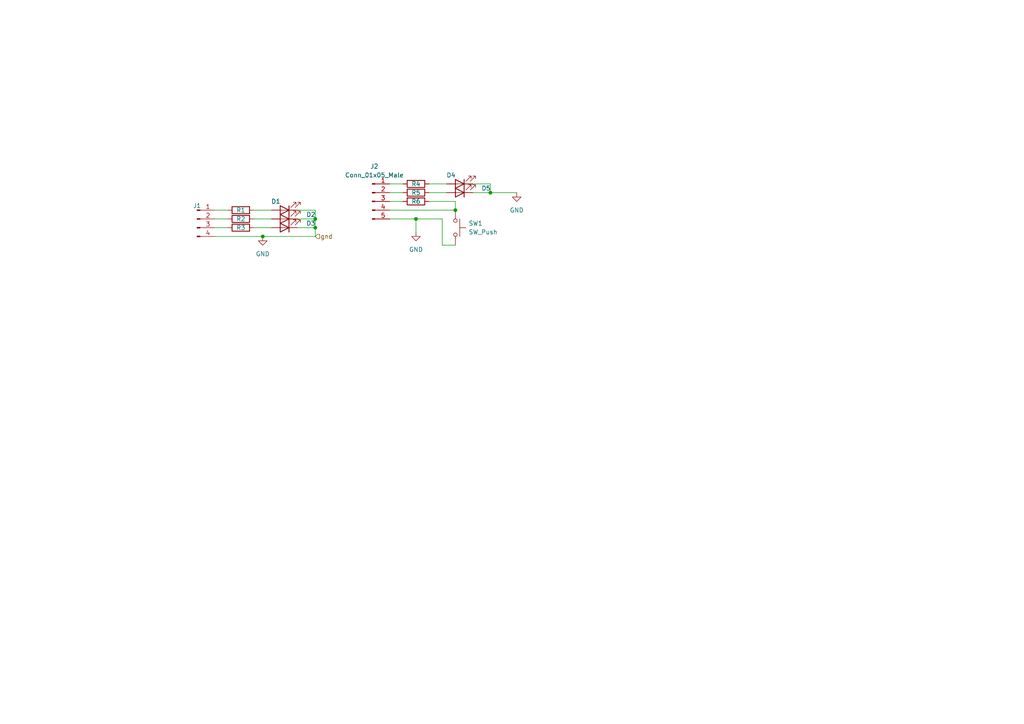
<source format=kicad_sch>
(kicad_sch (version 20211123) (generator eeschema)

  (uuid 9538e4ed-27e6-4c37-b989-9859dc0d49e8)

  (paper "A4")

  (lib_symbols
    (symbol "Connector:Conn_01x04_Male" (pin_names (offset 1.016) hide) (in_bom yes) (on_board yes)
      (property "Reference" "J" (id 0) (at 0 5.08 0)
        (effects (font (size 1.27 1.27)))
      )
      (property "Value" "Conn_01x04_Male" (id 1) (at 0 -7.62 0)
        (effects (font (size 1.27 1.27)))
      )
      (property "Footprint" "" (id 2) (at 0 0 0)
        (effects (font (size 1.27 1.27)) hide)
      )
      (property "Datasheet" "~" (id 3) (at 0 0 0)
        (effects (font (size 1.27 1.27)) hide)
      )
      (property "ki_keywords" "connector" (id 4) (at 0 0 0)
        (effects (font (size 1.27 1.27)) hide)
      )
      (property "ki_description" "Generic connector, single row, 01x04, script generated (kicad-library-utils/schlib/autogen/connector/)" (id 5) (at 0 0 0)
        (effects (font (size 1.27 1.27)) hide)
      )
      (property "ki_fp_filters" "Connector*:*_1x??_*" (id 6) (at 0 0 0)
        (effects (font (size 1.27 1.27)) hide)
      )
      (symbol "Conn_01x04_Male_1_1"
        (polyline
          (pts
            (xy 1.27 -5.08)
            (xy 0.8636 -5.08)
          )
          (stroke (width 0.1524) (type default) (color 0 0 0 0))
          (fill (type none))
        )
        (polyline
          (pts
            (xy 1.27 -2.54)
            (xy 0.8636 -2.54)
          )
          (stroke (width 0.1524) (type default) (color 0 0 0 0))
          (fill (type none))
        )
        (polyline
          (pts
            (xy 1.27 0)
            (xy 0.8636 0)
          )
          (stroke (width 0.1524) (type default) (color 0 0 0 0))
          (fill (type none))
        )
        (polyline
          (pts
            (xy 1.27 2.54)
            (xy 0.8636 2.54)
          )
          (stroke (width 0.1524) (type default) (color 0 0 0 0))
          (fill (type none))
        )
        (rectangle (start 0.8636 -4.953) (end 0 -5.207)
          (stroke (width 0.1524) (type default) (color 0 0 0 0))
          (fill (type outline))
        )
        (rectangle (start 0.8636 -2.413) (end 0 -2.667)
          (stroke (width 0.1524) (type default) (color 0 0 0 0))
          (fill (type outline))
        )
        (rectangle (start 0.8636 0.127) (end 0 -0.127)
          (stroke (width 0.1524) (type default) (color 0 0 0 0))
          (fill (type outline))
        )
        (rectangle (start 0.8636 2.667) (end 0 2.413)
          (stroke (width 0.1524) (type default) (color 0 0 0 0))
          (fill (type outline))
        )
        (pin passive line (at 5.08 2.54 180) (length 3.81)
          (name "Pin_1" (effects (font (size 1.27 1.27))))
          (number "1" (effects (font (size 1.27 1.27))))
        )
        (pin passive line (at 5.08 0 180) (length 3.81)
          (name "Pin_2" (effects (font (size 1.27 1.27))))
          (number "2" (effects (font (size 1.27 1.27))))
        )
        (pin passive line (at 5.08 -2.54 180) (length 3.81)
          (name "Pin_3" (effects (font (size 1.27 1.27))))
          (number "3" (effects (font (size 1.27 1.27))))
        )
        (pin passive line (at 5.08 -5.08 180) (length 3.81)
          (name "Pin_4" (effects (font (size 1.27 1.27))))
          (number "4" (effects (font (size 1.27 1.27))))
        )
      )
    )
    (symbol "Connector:Conn_01x05_Male" (pin_names (offset 1.016) hide) (in_bom yes) (on_board yes)
      (property "Reference" "J" (id 0) (at 0 7.62 0)
        (effects (font (size 1.27 1.27)))
      )
      (property "Value" "Conn_01x05_Male" (id 1) (at 0 -7.62 0)
        (effects (font (size 1.27 1.27)))
      )
      (property "Footprint" "" (id 2) (at 0 0 0)
        (effects (font (size 1.27 1.27)) hide)
      )
      (property "Datasheet" "~" (id 3) (at 0 0 0)
        (effects (font (size 1.27 1.27)) hide)
      )
      (property "ki_keywords" "connector" (id 4) (at 0 0 0)
        (effects (font (size 1.27 1.27)) hide)
      )
      (property "ki_description" "Generic connector, single row, 01x05, script generated (kicad-library-utils/schlib/autogen/connector/)" (id 5) (at 0 0 0)
        (effects (font (size 1.27 1.27)) hide)
      )
      (property "ki_fp_filters" "Connector*:*_1x??_*" (id 6) (at 0 0 0)
        (effects (font (size 1.27 1.27)) hide)
      )
      (symbol "Conn_01x05_Male_1_1"
        (polyline
          (pts
            (xy 1.27 -5.08)
            (xy 0.8636 -5.08)
          )
          (stroke (width 0.1524) (type default) (color 0 0 0 0))
          (fill (type none))
        )
        (polyline
          (pts
            (xy 1.27 -2.54)
            (xy 0.8636 -2.54)
          )
          (stroke (width 0.1524) (type default) (color 0 0 0 0))
          (fill (type none))
        )
        (polyline
          (pts
            (xy 1.27 0)
            (xy 0.8636 0)
          )
          (stroke (width 0.1524) (type default) (color 0 0 0 0))
          (fill (type none))
        )
        (polyline
          (pts
            (xy 1.27 2.54)
            (xy 0.8636 2.54)
          )
          (stroke (width 0.1524) (type default) (color 0 0 0 0))
          (fill (type none))
        )
        (polyline
          (pts
            (xy 1.27 5.08)
            (xy 0.8636 5.08)
          )
          (stroke (width 0.1524) (type default) (color 0 0 0 0))
          (fill (type none))
        )
        (rectangle (start 0.8636 -4.953) (end 0 -5.207)
          (stroke (width 0.1524) (type default) (color 0 0 0 0))
          (fill (type outline))
        )
        (rectangle (start 0.8636 -2.413) (end 0 -2.667)
          (stroke (width 0.1524) (type default) (color 0 0 0 0))
          (fill (type outline))
        )
        (rectangle (start 0.8636 0.127) (end 0 -0.127)
          (stroke (width 0.1524) (type default) (color 0 0 0 0))
          (fill (type outline))
        )
        (rectangle (start 0.8636 2.667) (end 0 2.413)
          (stroke (width 0.1524) (type default) (color 0 0 0 0))
          (fill (type outline))
        )
        (rectangle (start 0.8636 5.207) (end 0 4.953)
          (stroke (width 0.1524) (type default) (color 0 0 0 0))
          (fill (type outline))
        )
        (pin passive line (at 5.08 5.08 180) (length 3.81)
          (name "Pin_1" (effects (font (size 1.27 1.27))))
          (number "1" (effects (font (size 1.27 1.27))))
        )
        (pin passive line (at 5.08 2.54 180) (length 3.81)
          (name "Pin_2" (effects (font (size 1.27 1.27))))
          (number "2" (effects (font (size 1.27 1.27))))
        )
        (pin passive line (at 5.08 0 180) (length 3.81)
          (name "Pin_3" (effects (font (size 1.27 1.27))))
          (number "3" (effects (font (size 1.27 1.27))))
        )
        (pin passive line (at 5.08 -2.54 180) (length 3.81)
          (name "Pin_4" (effects (font (size 1.27 1.27))))
          (number "4" (effects (font (size 1.27 1.27))))
        )
        (pin passive line (at 5.08 -5.08 180) (length 3.81)
          (name "Pin_5" (effects (font (size 1.27 1.27))))
          (number "5" (effects (font (size 1.27 1.27))))
        )
      )
    )
    (symbol "Device:LED" (pin_numbers hide) (pin_names (offset 1.016) hide) (in_bom yes) (on_board yes)
      (property "Reference" "D" (id 0) (at 0 2.54 0)
        (effects (font (size 1.27 1.27)))
      )
      (property "Value" "LED" (id 1) (at 0 -2.54 0)
        (effects (font (size 1.27 1.27)))
      )
      (property "Footprint" "" (id 2) (at 0 0 0)
        (effects (font (size 1.27 1.27)) hide)
      )
      (property "Datasheet" "~" (id 3) (at 0 0 0)
        (effects (font (size 1.27 1.27)) hide)
      )
      (property "ki_keywords" "LED diode" (id 4) (at 0 0 0)
        (effects (font (size 1.27 1.27)) hide)
      )
      (property "ki_description" "Light emitting diode" (id 5) (at 0 0 0)
        (effects (font (size 1.27 1.27)) hide)
      )
      (property "ki_fp_filters" "LED* LED_SMD:* LED_THT:*" (id 6) (at 0 0 0)
        (effects (font (size 1.27 1.27)) hide)
      )
      (symbol "LED_0_1"
        (polyline
          (pts
            (xy -1.27 -1.27)
            (xy -1.27 1.27)
          )
          (stroke (width 0.254) (type default) (color 0 0 0 0))
          (fill (type none))
        )
        (polyline
          (pts
            (xy -1.27 0)
            (xy 1.27 0)
          )
          (stroke (width 0) (type default) (color 0 0 0 0))
          (fill (type none))
        )
        (polyline
          (pts
            (xy 1.27 -1.27)
            (xy 1.27 1.27)
            (xy -1.27 0)
            (xy 1.27 -1.27)
          )
          (stroke (width 0.254) (type default) (color 0 0 0 0))
          (fill (type none))
        )
        (polyline
          (pts
            (xy -3.048 -0.762)
            (xy -4.572 -2.286)
            (xy -3.81 -2.286)
            (xy -4.572 -2.286)
            (xy -4.572 -1.524)
          )
          (stroke (width 0) (type default) (color 0 0 0 0))
          (fill (type none))
        )
        (polyline
          (pts
            (xy -1.778 -0.762)
            (xy -3.302 -2.286)
            (xy -2.54 -2.286)
            (xy -3.302 -2.286)
            (xy -3.302 -1.524)
          )
          (stroke (width 0) (type default) (color 0 0 0 0))
          (fill (type none))
        )
      )
      (symbol "LED_1_1"
        (pin passive line (at -3.81 0 0) (length 2.54)
          (name "K" (effects (font (size 1.27 1.27))))
          (number "1" (effects (font (size 1.27 1.27))))
        )
        (pin passive line (at 3.81 0 180) (length 2.54)
          (name "A" (effects (font (size 1.27 1.27))))
          (number "2" (effects (font (size 1.27 1.27))))
        )
      )
    )
    (symbol "Device:R" (pin_numbers hide) (pin_names (offset 0)) (in_bom yes) (on_board yes)
      (property "Reference" "R" (id 0) (at 2.032 0 90)
        (effects (font (size 1.27 1.27)))
      )
      (property "Value" "R" (id 1) (at 0 0 90)
        (effects (font (size 1.27 1.27)))
      )
      (property "Footprint" "" (id 2) (at -1.778 0 90)
        (effects (font (size 1.27 1.27)) hide)
      )
      (property "Datasheet" "~" (id 3) (at 0 0 0)
        (effects (font (size 1.27 1.27)) hide)
      )
      (property "ki_keywords" "R res resistor" (id 4) (at 0 0 0)
        (effects (font (size 1.27 1.27)) hide)
      )
      (property "ki_description" "Resistor" (id 5) (at 0 0 0)
        (effects (font (size 1.27 1.27)) hide)
      )
      (property "ki_fp_filters" "R_*" (id 6) (at 0 0 0)
        (effects (font (size 1.27 1.27)) hide)
      )
      (symbol "R_0_1"
        (rectangle (start -1.016 -2.54) (end 1.016 2.54)
          (stroke (width 0.254) (type default) (color 0 0 0 0))
          (fill (type none))
        )
      )
      (symbol "R_1_1"
        (pin passive line (at 0 3.81 270) (length 1.27)
          (name "~" (effects (font (size 1.27 1.27))))
          (number "1" (effects (font (size 1.27 1.27))))
        )
        (pin passive line (at 0 -3.81 90) (length 1.27)
          (name "~" (effects (font (size 1.27 1.27))))
          (number "2" (effects (font (size 1.27 1.27))))
        )
      )
    )
    (symbol "Switch:SW_Push" (pin_numbers hide) (pin_names (offset 1.016) hide) (in_bom yes) (on_board yes)
      (property "Reference" "SW" (id 0) (at 1.27 2.54 0)
        (effects (font (size 1.27 1.27)) (justify left))
      )
      (property "Value" "SW_Push" (id 1) (at 0 -1.524 0)
        (effects (font (size 1.27 1.27)))
      )
      (property "Footprint" "" (id 2) (at 0 5.08 0)
        (effects (font (size 1.27 1.27)) hide)
      )
      (property "Datasheet" "~" (id 3) (at 0 5.08 0)
        (effects (font (size 1.27 1.27)) hide)
      )
      (property "ki_keywords" "switch normally-open pushbutton push-button" (id 4) (at 0 0 0)
        (effects (font (size 1.27 1.27)) hide)
      )
      (property "ki_description" "Push button switch, generic, two pins" (id 5) (at 0 0 0)
        (effects (font (size 1.27 1.27)) hide)
      )
      (symbol "SW_Push_0_1"
        (circle (center -2.032 0) (radius 0.508)
          (stroke (width 0) (type default) (color 0 0 0 0))
          (fill (type none))
        )
        (polyline
          (pts
            (xy 0 1.27)
            (xy 0 3.048)
          )
          (stroke (width 0) (type default) (color 0 0 0 0))
          (fill (type none))
        )
        (polyline
          (pts
            (xy 2.54 1.27)
            (xy -2.54 1.27)
          )
          (stroke (width 0) (type default) (color 0 0 0 0))
          (fill (type none))
        )
        (circle (center 2.032 0) (radius 0.508)
          (stroke (width 0) (type default) (color 0 0 0 0))
          (fill (type none))
        )
        (pin passive line (at -5.08 0 0) (length 2.54)
          (name "1" (effects (font (size 1.27 1.27))))
          (number "1" (effects (font (size 1.27 1.27))))
        )
        (pin passive line (at 5.08 0 180) (length 2.54)
          (name "2" (effects (font (size 1.27 1.27))))
          (number "2" (effects (font (size 1.27 1.27))))
        )
      )
    )
    (symbol "power:GND" (power) (pin_names (offset 0)) (in_bom yes) (on_board yes)
      (property "Reference" "#PWR" (id 0) (at 0 -6.35 0)
        (effects (font (size 1.27 1.27)) hide)
      )
      (property "Value" "GND" (id 1) (at 0 -3.81 0)
        (effects (font (size 1.27 1.27)))
      )
      (property "Footprint" "" (id 2) (at 0 0 0)
        (effects (font (size 1.27 1.27)) hide)
      )
      (property "Datasheet" "" (id 3) (at 0 0 0)
        (effects (font (size 1.27 1.27)) hide)
      )
      (property "ki_keywords" "power-flag" (id 4) (at 0 0 0)
        (effects (font (size 1.27 1.27)) hide)
      )
      (property "ki_description" "Power symbol creates a global label with name \"GND\" , ground" (id 5) (at 0 0 0)
        (effects (font (size 1.27 1.27)) hide)
      )
      (symbol "GND_0_1"
        (polyline
          (pts
            (xy 0 0)
            (xy 0 -1.27)
            (xy 1.27 -1.27)
            (xy 0 -2.54)
            (xy -1.27 -1.27)
            (xy 0 -1.27)
          )
          (stroke (width 0) (type default) (color 0 0 0 0))
          (fill (type none))
        )
      )
      (symbol "GND_1_1"
        (pin power_in line (at 0 0 270) (length 0) hide
          (name "GND" (effects (font (size 1.27 1.27))))
          (number "1" (effects (font (size 1.27 1.27))))
        )
      )
    )
  )

  (junction (at 91.44 66.04) (diameter 0) (color 0 0 0 0)
    (uuid 4aa6fc9f-d2ac-435f-8408-092c94eb96e1)
  )
  (junction (at 91.44 63.5) (diameter 0) (color 0 0 0 0)
    (uuid 86090040-b365-4d11-b739-ee1850f341f6)
  )
  (junction (at 76.2 68.58) (diameter 0) (color 0 0 0 0)
    (uuid 89e00436-a195-4065-b984-725196dd4480)
  )
  (junction (at 142.24 55.88) (diameter 0) (color 0 0 0 0)
    (uuid aed98b11-170b-4d83-92dd-e74f98dbabe3)
  )
  (junction (at 120.65 63.5) (diameter 0) (color 0 0 0 0)
    (uuid c773f913-14cd-4980-97a1-99baa89763a6)
  )
  (junction (at 132.08 60.96) (diameter 0) (color 0 0 0 0)
    (uuid fb025412-b212-4834-b8e1-f8919a731309)
  )

  (wire (pts (xy 128.27 71.12) (xy 128.27 63.5))
    (stroke (width 0) (type default) (color 0 0 0 0))
    (uuid 030a6f5e-ceeb-4ff2-bdde-052511d22d3d)
  )
  (wire (pts (xy 137.16 55.88) (xy 142.24 55.88))
    (stroke (width 0) (type default) (color 0 0 0 0))
    (uuid 05da6a8a-f73a-4c29-a395-46c312504a43)
  )
  (wire (pts (xy 132.08 71.12) (xy 128.27 71.12))
    (stroke (width 0) (type default) (color 0 0 0 0))
    (uuid 068f60d7-4d97-4ee0-969f-c224d06ccbc9)
  )
  (wire (pts (xy 62.23 60.96) (xy 66.04 60.96))
    (stroke (width 0) (type default) (color 0 0 0 0))
    (uuid 0c7235c7-e099-45fa-a814-887143a42d78)
  )
  (wire (pts (xy 142.24 53.34) (xy 142.24 55.88))
    (stroke (width 0) (type default) (color 0 0 0 0))
    (uuid 0e02f7b2-f0dc-416f-a614-e2cb14c5dac6)
  )
  (wire (pts (xy 91.44 63.5) (xy 91.44 66.04))
    (stroke (width 0) (type default) (color 0 0 0 0))
    (uuid 1bf2e93f-bece-4425-ab2a-9e4613310a1c)
  )
  (wire (pts (xy 132.08 58.42) (xy 132.08 60.96))
    (stroke (width 0) (type default) (color 0 0 0 0))
    (uuid 1d423ef9-9c7c-4e28-b5fc-e5f715006123)
  )
  (wire (pts (xy 73.66 66.04) (xy 78.74 66.04))
    (stroke (width 0) (type default) (color 0 0 0 0))
    (uuid 1e3ac481-5d63-4163-917d-f803070592b6)
  )
  (wire (pts (xy 149.86 55.88) (xy 142.24 55.88))
    (stroke (width 0) (type default) (color 0 0 0 0))
    (uuid 2837c0cf-ef1b-4254-ae4b-6ef635bbb262)
  )
  (wire (pts (xy 113.03 55.88) (xy 116.84 55.88))
    (stroke (width 0) (type default) (color 0 0 0 0))
    (uuid 35b43c04-61a1-4307-b2de-b936766acc33)
  )
  (wire (pts (xy 120.65 63.5) (xy 128.27 63.5))
    (stroke (width 0) (type default) (color 0 0 0 0))
    (uuid 3806ccbc-d9af-49d6-9785-64447ba2c9f7)
  )
  (wire (pts (xy 62.23 68.58) (xy 76.2 68.58))
    (stroke (width 0) (type default) (color 0 0 0 0))
    (uuid 42482779-f9f2-40ab-baf7-4c1790415678)
  )
  (wire (pts (xy 91.44 60.96) (xy 91.44 63.5))
    (stroke (width 0) (type default) (color 0 0 0 0))
    (uuid 598483d5-163b-475c-83a1-684fb184809e)
  )
  (wire (pts (xy 113.03 60.96) (xy 132.08 60.96))
    (stroke (width 0) (type default) (color 0 0 0 0))
    (uuid 61baff5c-1299-4b65-923e-edb6abb6adaa)
  )
  (wire (pts (xy 73.66 60.96) (xy 78.74 60.96))
    (stroke (width 0) (type default) (color 0 0 0 0))
    (uuid 73b20805-b8d9-4e6f-82fa-5433a0c1fec9)
  )
  (wire (pts (xy 113.03 63.5) (xy 120.65 63.5))
    (stroke (width 0) (type default) (color 0 0 0 0))
    (uuid 8bdeb7b8-d933-4d77-9d9b-9e70730124e6)
  )
  (wire (pts (xy 62.23 66.04) (xy 66.04 66.04))
    (stroke (width 0) (type default) (color 0 0 0 0))
    (uuid 8f7d91fb-9467-4183-80a1-867a2c3f8a7e)
  )
  (wire (pts (xy 113.03 58.42) (xy 116.84 58.42))
    (stroke (width 0) (type default) (color 0 0 0 0))
    (uuid 90e0ee6d-2c3e-4112-afa8-9fd4f1fd999c)
  )
  (wire (pts (xy 124.46 53.34) (xy 129.54 53.34))
    (stroke (width 0) (type default) (color 0 0 0 0))
    (uuid 9ca7c142-8976-4bce-9681-5f8ed596edf1)
  )
  (wire (pts (xy 124.46 55.88) (xy 129.54 55.88))
    (stroke (width 0) (type default) (color 0 0 0 0))
    (uuid 9f525753-8201-438d-9e60-bfe72ca01cba)
  )
  (wire (pts (xy 91.44 66.04) (xy 91.44 68.58))
    (stroke (width 0) (type default) (color 0 0 0 0))
    (uuid a044e21d-edf5-4199-9c94-8aa40ba0be53)
  )
  (wire (pts (xy 124.46 58.42) (xy 132.08 58.42))
    (stroke (width 0) (type default) (color 0 0 0 0))
    (uuid a623cda7-6c6b-478a-aacc-073959a80805)
  )
  (wire (pts (xy 120.65 63.5) (xy 120.65 67.31))
    (stroke (width 0) (type default) (color 0 0 0 0))
    (uuid aabb3a48-4b90-4fd0-a251-8e45dd83760b)
  )
  (wire (pts (xy 86.36 63.5) (xy 91.44 63.5))
    (stroke (width 0) (type default) (color 0 0 0 0))
    (uuid b2bf71ba-8702-49f6-9f79-f53c7401c9c8)
  )
  (wire (pts (xy 76.2 68.58) (xy 91.44 68.58))
    (stroke (width 0) (type default) (color 0 0 0 0))
    (uuid c3e2d15b-1d45-4fe8-aeaf-20105278fe91)
  )
  (wire (pts (xy 86.36 60.96) (xy 91.44 60.96))
    (stroke (width 0) (type default) (color 0 0 0 0))
    (uuid ce96b8d4-6559-4e3b-910f-fe08cdbde849)
  )
  (wire (pts (xy 86.36 66.04) (xy 91.44 66.04))
    (stroke (width 0) (type default) (color 0 0 0 0))
    (uuid ced83566-388d-4f99-be31-41bdc857545a)
  )
  (wire (pts (xy 62.23 63.5) (xy 66.04 63.5))
    (stroke (width 0) (type default) (color 0 0 0 0))
    (uuid d9125154-9f3f-4a63-94ef-88bb51eff3ce)
  )
  (wire (pts (xy 137.16 53.34) (xy 142.24 53.34))
    (stroke (width 0) (type default) (color 0 0 0 0))
    (uuid f7fd5259-72a0-49d0-b406-f8c36e16cfbb)
  )
  (wire (pts (xy 113.03 53.34) (xy 116.84 53.34))
    (stroke (width 0) (type default) (color 0 0 0 0))
    (uuid fc1ea14e-9c4f-4823-a723-191f4d672cc5)
  )
  (wire (pts (xy 73.66 63.5) (xy 78.74 63.5))
    (stroke (width 0) (type default) (color 0 0 0 0))
    (uuid fc56ca7f-3533-44ba-90c9-c6710342346c)
  )

  (hierarchical_label "gnd" (shape input) (at 91.44 68.58 0)
    (effects (font (size 1.27 1.27)) (justify left))
    (uuid e80edc13-d832-4c6d-876e-8515817c6794)
  )

  (symbol (lib_id "power:GND") (at 76.2 68.58 0) (unit 1)
    (in_bom yes) (on_board yes) (fields_autoplaced)
    (uuid 178b9668-4a2e-480a-8693-d5cc9d605e48)
    (property "Reference" "#PWR0103" (id 0) (at 76.2 74.93 0)
      (effects (font (size 1.27 1.27)) hide)
    )
    (property "Value" "GND" (id 1) (at 76.2 73.66 0))
    (property "Footprint" "" (id 2) (at 76.2 68.58 0)
      (effects (font (size 1.27 1.27)) hide)
    )
    (property "Datasheet" "" (id 3) (at 76.2 68.58 0)
      (effects (font (size 1.27 1.27)) hide)
    )
    (pin "1" (uuid a3a21cc4-ef32-41aa-b0ca-b9b6bb0304c5))
  )

  (symbol (lib_id "Connector:Conn_01x04_Male") (at 57.15 63.5 0) (unit 1)
    (in_bom yes) (on_board yes)
    (uuid 1d7026ad-e7ce-455a-bbec-9db9975b9151)
    (property "Reference" "J1" (id 0) (at 57.15 59.69 0))
    (property "Value" "Conn_01x04_Male" (id 1) (at 57.785 58.42 0)
      (effects (font (size 1.27 1.27)) hide)
    )
    (property "Footprint" "Connector_PinHeader_2.54mm:PinHeader_1x04_P2.54mm_Vertical" (id 2) (at 57.15 63.5 0)
      (effects (font (size 1.27 1.27)) hide)
    )
    (property "Datasheet" "~" (id 3) (at 57.15 63.5 0)
      (effects (font (size 1.27 1.27)) hide)
    )
    (pin "1" (uuid 6ef5f8e0-5c2d-4349-9162-179c7c438d89))
    (pin "2" (uuid 2d7fbff7-ad9e-4962-b4e0-56a226f3dd6a))
    (pin "3" (uuid a8cefac6-64e1-41d0-bc58-04e647fd0fde))
    (pin "4" (uuid c933003a-40a8-41cc-a69c-ec19f80cd86d))
  )

  (symbol (lib_id "Device:LED") (at 133.35 53.34 180) (unit 1)
    (in_bom yes) (on_board yes)
    (uuid 1db8550c-4d09-4876-9c32-c4466a73295a)
    (property "Reference" "D4" (id 0) (at 130.81 50.8 0))
    (property "Value" "LED" (id 1) (at 134.9375 48.26 0)
      (effects (font (size 1.27 1.27)) hide)
    )
    (property "Footprint" "LED_THT:LED_D5.0mm" (id 2) (at 133.35 53.34 0)
      (effects (font (size 1.27 1.27)) hide)
    )
    (property "Datasheet" "~" (id 3) (at 133.35 53.34 0)
      (effects (font (size 1.27 1.27)) hide)
    )
    (pin "1" (uuid 69bc675d-8390-4f46-945a-db3eaa417c5e))
    (pin "2" (uuid 050fcda1-e243-4582-b721-cbb5b50a4681))
  )

  (symbol (lib_id "Device:LED") (at 82.55 66.04 180) (unit 1)
    (in_bom yes) (on_board yes)
    (uuid 20bb75ea-9649-462e-87bc-e4875dd5dc93)
    (property "Reference" "D3" (id 0) (at 90.17 64.77 0))
    (property "Value" "LED" (id 1) (at 84.1375 60.96 0)
      (effects (font (size 1.27 1.27)) hide)
    )
    (property "Footprint" "LED_THT:LED_D5.0mm" (id 2) (at 82.55 66.04 0)
      (effects (font (size 1.27 1.27)) hide)
    )
    (property "Datasheet" "~" (id 3) (at 82.55 66.04 0)
      (effects (font (size 1.27 1.27)) hide)
    )
    (pin "1" (uuid e1f2edf7-2bbf-4f9b-99f6-d8416669c50e))
    (pin "2" (uuid 094e661a-0cda-43ae-82a5-d91603fcb732))
  )

  (symbol (lib_id "Device:R") (at 69.85 63.5 90) (unit 1)
    (in_bom yes) (on_board yes)
    (uuid 23ab1735-8f4f-4475-97c9-0cd199d9c1a4)
    (property "Reference" "R2" (id 0) (at 69.85 63.5 90))
    (property "Value" "R" (id 1) (at 69.85 59.69 90)
      (effects (font (size 1.27 1.27)) hide)
    )
    (property "Footprint" "Resistor_THT:R_Axial_DIN0309_L9.0mm_D3.2mm_P15.24mm_Horizontal" (id 2) (at 69.85 65.278 90)
      (effects (font (size 1.27 1.27)) hide)
    )
    (property "Datasheet" "~" (id 3) (at 69.85 63.5 0)
      (effects (font (size 1.27 1.27)) hide)
    )
    (pin "1" (uuid 8a886577-f7da-4fd1-a679-d33988c4b8ea))
    (pin "2" (uuid 4998a818-87de-4d3f-9def-0b9107b3ba77))
  )

  (symbol (lib_id "Device:R") (at 120.65 58.42 90) (unit 1)
    (in_bom yes) (on_board yes)
    (uuid 25c96c05-46b7-4668-b923-f7d0753965bc)
    (property "Reference" "R6" (id 0) (at 120.65 58.42 90))
    (property "Value" "R" (id 1) (at 120.65 54.61 90)
      (effects (font (size 1.27 1.27)) hide)
    )
    (property "Footprint" "Resistor_THT:R_Axial_DIN0309_L9.0mm_D3.2mm_P15.24mm_Horizontal" (id 2) (at 120.65 60.198 90)
      (effects (font (size 1.27 1.27)) hide)
    )
    (property "Datasheet" "~" (id 3) (at 120.65 58.42 0)
      (effects (font (size 1.27 1.27)) hide)
    )
    (pin "1" (uuid 396f3a90-886e-4a5e-901a-60137c662841))
    (pin "2" (uuid 90b209e4-4610-4ef2-805f-1f4ba47feaf9))
  )

  (symbol (lib_id "power:GND") (at 149.86 55.88 0) (unit 1)
    (in_bom yes) (on_board yes) (fields_autoplaced)
    (uuid 2ee7eee8-21e7-4fd2-912f-19171f765fff)
    (property "Reference" "#PWR0101" (id 0) (at 149.86 62.23 0)
      (effects (font (size 1.27 1.27)) hide)
    )
    (property "Value" "GND" (id 1) (at 149.86 60.96 0))
    (property "Footprint" "" (id 2) (at 149.86 55.88 0)
      (effects (font (size 1.27 1.27)) hide)
    )
    (property "Datasheet" "" (id 3) (at 149.86 55.88 0)
      (effects (font (size 1.27 1.27)) hide)
    )
    (pin "1" (uuid 55168118-d569-4a5f-8456-27c4f3f177c3))
  )

  (symbol (lib_id "Device:R") (at 69.85 60.96 90) (unit 1)
    (in_bom yes) (on_board yes)
    (uuid 3f43d730-2a73-49fe-9672-32428e7f5b49)
    (property "Reference" "R1" (id 0) (at 69.85 60.96 90))
    (property "Value" "R" (id 1) (at 69.85 57.15 90)
      (effects (font (size 1.27 1.27)) hide)
    )
    (property "Footprint" "Resistor_THT:R_Axial_DIN0309_L9.0mm_D3.2mm_P15.24mm_Horizontal" (id 2) (at 69.85 62.738 90)
      (effects (font (size 1.27 1.27)) hide)
    )
    (property "Datasheet" "~" (id 3) (at 69.85 60.96 0)
      (effects (font (size 1.27 1.27)) hide)
    )
    (pin "1" (uuid 16121028-bdf5-49c0-aae7-e28fe5bfa771))
    (pin "2" (uuid d0a0deb1-4f0f-4ede-b730-2c6d67cb9618))
  )

  (symbol (lib_id "Device:LED") (at 82.55 60.96 180) (unit 1)
    (in_bom yes) (on_board yes)
    (uuid 491d946f-6240-4f22-8e94-d7c367f7eb2a)
    (property "Reference" "D1" (id 0) (at 80.01 58.42 0))
    (property "Value" "LED" (id 1) (at 84.1375 55.88 0)
      (effects (font (size 1.27 1.27)) hide)
    )
    (property "Footprint" "LED_THT:LED_D5.0mm" (id 2) (at 82.55 60.96 0)
      (effects (font (size 1.27 1.27)) hide)
    )
    (property "Datasheet" "~" (id 3) (at 82.55 60.96 0)
      (effects (font (size 1.27 1.27)) hide)
    )
    (pin "1" (uuid e9142556-31e7-4a16-804d-7bb2caeec354))
    (pin "2" (uuid 6f57bf78-2b34-4713-8e9c-fb4ef9834ffe))
  )

  (symbol (lib_id "Switch:SW_Push") (at 132.08 66.04 270) (unit 1)
    (in_bom yes) (on_board yes) (fields_autoplaced)
    (uuid 636f8590-78d6-4f86-96d1-20477d89ca4a)
    (property "Reference" "SW1" (id 0) (at 135.89 64.7699 90)
      (effects (font (size 1.27 1.27)) (justify left))
    )
    (property "Value" "SW_Push" (id 1) (at 135.89 67.3099 90)
      (effects (font (size 1.27 1.27)) (justify left))
    )
    (property "Footprint" "Button_Switch_THT:SW_PUSH_6mm_H5mm" (id 2) (at 137.16 66.04 0)
      (effects (font (size 1.27 1.27)) hide)
    )
    (property "Datasheet" "~" (id 3) (at 137.16 66.04 0)
      (effects (font (size 1.27 1.27)) hide)
    )
    (pin "1" (uuid ed3e64f8-f082-498d-956a-5c0d58bd56bc))
    (pin "2" (uuid f126a337-5a4c-4ed1-9ab3-a9e793d49ebd))
  )

  (symbol (lib_id "Connector:Conn_01x05_Male") (at 107.95 58.42 0) (unit 1)
    (in_bom yes) (on_board yes) (fields_autoplaced)
    (uuid 885751eb-16e7-4df2-af65-4f2126f6d644)
    (property "Reference" "J2" (id 0) (at 108.585 48.26 0))
    (property "Value" "Conn_01x05_Male" (id 1) (at 108.585 50.8 0))
    (property "Footprint" "Connector_PinHeader_2.54mm:PinHeader_1x05_P2.54mm_Vertical" (id 2) (at 107.95 58.42 0)
      (effects (font (size 1.27 1.27)) hide)
    )
    (property "Datasheet" "~" (id 3) (at 107.95 58.42 0)
      (effects (font (size 1.27 1.27)) hide)
    )
    (pin "1" (uuid 82875b67-81e6-4217-9fae-f2c7bdecabf8))
    (pin "2" (uuid 97afab8d-2415-4445-babc-66cef8acd8bd))
    (pin "3" (uuid 330c9197-f55f-497b-96f0-2289f387f8ed))
    (pin "4" (uuid a2958339-1bb6-48e8-a1a5-f37d4d4bf897))
    (pin "5" (uuid 289a5027-13b5-4f84-b3e9-892190effa25))
  )

  (symbol (lib_id "Device:LED") (at 82.55 63.5 180) (unit 1)
    (in_bom yes) (on_board yes)
    (uuid 8de6c70b-2105-42c2-80ad-915cc2d9f064)
    (property "Reference" "D2" (id 0) (at 90.17 62.23 0))
    (property "Value" "LED" (id 1) (at 84.1375 58.42 0)
      (effects (font (size 1.27 1.27)) hide)
    )
    (property "Footprint" "LED_THT:LED_D5.0mm" (id 2) (at 82.55 63.5 0)
      (effects (font (size 1.27 1.27)) hide)
    )
    (property "Datasheet" "~" (id 3) (at 82.55 63.5 0)
      (effects (font (size 1.27 1.27)) hide)
    )
    (pin "1" (uuid 696f12b7-e430-4eca-9d72-e1361f7ccfcd))
    (pin "2" (uuid 7aa3a207-6724-41cd-b683-84204dbc85c8))
  )

  (symbol (lib_id "power:GND") (at 120.65 67.31 0) (unit 1)
    (in_bom yes) (on_board yes) (fields_autoplaced)
    (uuid b9929c37-0e13-4e82-84a7-39ec8b4832d9)
    (property "Reference" "#PWR0102" (id 0) (at 120.65 73.66 0)
      (effects (font (size 1.27 1.27)) hide)
    )
    (property "Value" "GND" (id 1) (at 120.65 72.39 0))
    (property "Footprint" "" (id 2) (at 120.65 67.31 0)
      (effects (font (size 1.27 1.27)) hide)
    )
    (property "Datasheet" "" (id 3) (at 120.65 67.31 0)
      (effects (font (size 1.27 1.27)) hide)
    )
    (pin "1" (uuid 319c36b8-fba9-4c0a-8984-87bf3ac7fd1a))
  )

  (symbol (lib_id "Device:LED") (at 133.35 55.88 180) (unit 1)
    (in_bom yes) (on_board yes)
    (uuid b9fde3ae-339a-4034-bd54-2839dba3ef43)
    (property "Reference" "D5" (id 0) (at 140.97 54.61 0))
    (property "Value" "LED" (id 1) (at 134.9375 50.8 0)
      (effects (font (size 1.27 1.27)) hide)
    )
    (property "Footprint" "LED_THT:LED_D5.0mm" (id 2) (at 133.35 55.88 0)
      (effects (font (size 1.27 1.27)) hide)
    )
    (property "Datasheet" "~" (id 3) (at 133.35 55.88 0)
      (effects (font (size 1.27 1.27)) hide)
    )
    (pin "1" (uuid 0736a624-f83d-4039-a532-bfe8055c6ffb))
    (pin "2" (uuid 8c2a106a-1697-4fb1-9c12-4a1a0b26fc6a))
  )

  (symbol (lib_id "Device:R") (at 120.65 55.88 90) (unit 1)
    (in_bom yes) (on_board yes)
    (uuid c59b3f7e-ca66-4e72-abe1-96e9e0aaa1b4)
    (property "Reference" "R5" (id 0) (at 120.65 55.88 90))
    (property "Value" "R" (id 1) (at 120.65 52.07 90)
      (effects (font (size 1.27 1.27)) hide)
    )
    (property "Footprint" "Resistor_THT:R_Axial_DIN0309_L9.0mm_D3.2mm_P15.24mm_Horizontal" (id 2) (at 120.65 57.658 90)
      (effects (font (size 1.27 1.27)) hide)
    )
    (property "Datasheet" "~" (id 3) (at 120.65 55.88 0)
      (effects (font (size 1.27 1.27)) hide)
    )
    (pin "1" (uuid b0f52885-ea56-4d9c-874e-233e54e8d5a1))
    (pin "2" (uuid 02af3e73-e68b-4f22-9b8a-43c9d4721bec))
  )

  (symbol (lib_id "Device:R") (at 69.85 66.04 90) (unit 1)
    (in_bom yes) (on_board yes)
    (uuid d8329149-7964-488d-8817-f9c407aece81)
    (property "Reference" "R3" (id 0) (at 69.85 66.04 90))
    (property "Value" "R" (id 1) (at 69.85 62.23 90)
      (effects (font (size 1.27 1.27)) hide)
    )
    (property "Footprint" "Resistor_THT:R_Axial_DIN0309_L9.0mm_D3.2mm_P15.24mm_Horizontal" (id 2) (at 69.85 67.818 90)
      (effects (font (size 1.27 1.27)) hide)
    )
    (property "Datasheet" "~" (id 3) (at 69.85 66.04 0)
      (effects (font (size 1.27 1.27)) hide)
    )
    (pin "1" (uuid ee85a75f-f69d-4ceb-a8c7-2f1d305a59a8))
    (pin "2" (uuid 35b2852c-0726-4cbc-adf5-904912bec314))
  )

  (symbol (lib_id "Device:R") (at 120.65 53.34 90) (unit 1)
    (in_bom yes) (on_board yes)
    (uuid dfc2fb3c-427b-413c-a9d0-5bb6e32f48c5)
    (property "Reference" "R4" (id 0) (at 120.65 53.34 90))
    (property "Value" "R" (id 1) (at 120.65 49.53 90)
      (effects (font (size 1.27 1.27)) hide)
    )
    (property "Footprint" "Resistor_THT:R_Axial_DIN0309_L9.0mm_D3.2mm_P15.24mm_Horizontal" (id 2) (at 120.65 55.118 90)
      (effects (font (size 1.27 1.27)) hide)
    )
    (property "Datasheet" "~" (id 3) (at 120.65 53.34 0)
      (effects (font (size 1.27 1.27)) hide)
    )
    (pin "1" (uuid b9c685d6-f377-4ad6-9066-70700b3c027c))
    (pin "2" (uuid 7513bbcc-c3da-4ec6-9d89-8e9927d4cffe))
  )

  (sheet_instances
    (path "/" (page "1"))
  )

  (symbol_instances
    (path "/2ee7eee8-21e7-4fd2-912f-19171f765fff"
      (reference "#PWR0101") (unit 1) (value "GND") (footprint "")
    )
    (path "/b9929c37-0e13-4e82-84a7-39ec8b4832d9"
      (reference "#PWR0102") (unit 1) (value "GND") (footprint "")
    )
    (path "/178b9668-4a2e-480a-8693-d5cc9d605e48"
      (reference "#PWR0103") (unit 1) (value "GND") (footprint "")
    )
    (path "/491d946f-6240-4f22-8e94-d7c367f7eb2a"
      (reference "D1") (unit 1) (value "LED") (footprint "LED_THT:LED_D5.0mm")
    )
    (path "/8de6c70b-2105-42c2-80ad-915cc2d9f064"
      (reference "D2") (unit 1) (value "LED") (footprint "LED_THT:LED_D5.0mm")
    )
    (path "/20bb75ea-9649-462e-87bc-e4875dd5dc93"
      (reference "D3") (unit 1) (value "LED") (footprint "LED_THT:LED_D5.0mm")
    )
    (path "/1db8550c-4d09-4876-9c32-c4466a73295a"
      (reference "D4") (unit 1) (value "LED") (footprint "LED_THT:LED_D5.0mm")
    )
    (path "/b9fde3ae-339a-4034-bd54-2839dba3ef43"
      (reference "D5") (unit 1) (value "LED") (footprint "LED_THT:LED_D5.0mm")
    )
    (path "/1d7026ad-e7ce-455a-bbec-9db9975b9151"
      (reference "J1") (unit 1) (value "Conn_01x04_Male") (footprint "Connector_PinHeader_2.54mm:PinHeader_1x04_P2.54mm_Vertical")
    )
    (path "/885751eb-16e7-4df2-af65-4f2126f6d644"
      (reference "J2") (unit 1) (value "Conn_01x05_Male") (footprint "Connector_PinHeader_2.54mm:PinHeader_1x05_P2.54mm_Vertical")
    )
    (path "/3f43d730-2a73-49fe-9672-32428e7f5b49"
      (reference "R1") (unit 1) (value "R") (footprint "Resistor_THT:R_Axial_DIN0309_L9.0mm_D3.2mm_P15.24mm_Horizontal")
    )
    (path "/23ab1735-8f4f-4475-97c9-0cd199d9c1a4"
      (reference "R2") (unit 1) (value "R") (footprint "Resistor_THT:R_Axial_DIN0309_L9.0mm_D3.2mm_P15.24mm_Horizontal")
    )
    (path "/d8329149-7964-488d-8817-f9c407aece81"
      (reference "R3") (unit 1) (value "R") (footprint "Resistor_THT:R_Axial_DIN0309_L9.0mm_D3.2mm_P15.24mm_Horizontal")
    )
    (path "/dfc2fb3c-427b-413c-a9d0-5bb6e32f48c5"
      (reference "R4") (unit 1) (value "R") (footprint "Resistor_THT:R_Axial_DIN0309_L9.0mm_D3.2mm_P15.24mm_Horizontal")
    )
    (path "/c59b3f7e-ca66-4e72-abe1-96e9e0aaa1b4"
      (reference "R5") (unit 1) (value "R") (footprint "Resistor_THT:R_Axial_DIN0309_L9.0mm_D3.2mm_P15.24mm_Horizontal")
    )
    (path "/25c96c05-46b7-4668-b923-f7d0753965bc"
      (reference "R6") (unit 1) (value "R") (footprint "Resistor_THT:R_Axial_DIN0309_L9.0mm_D3.2mm_P15.24mm_Horizontal")
    )
    (path "/636f8590-78d6-4f86-96d1-20477d89ca4a"
      (reference "SW1") (unit 1) (value "SW_Push") (footprint "Button_Switch_THT:SW_PUSH_6mm_H5mm")
    )
  )
)

</source>
